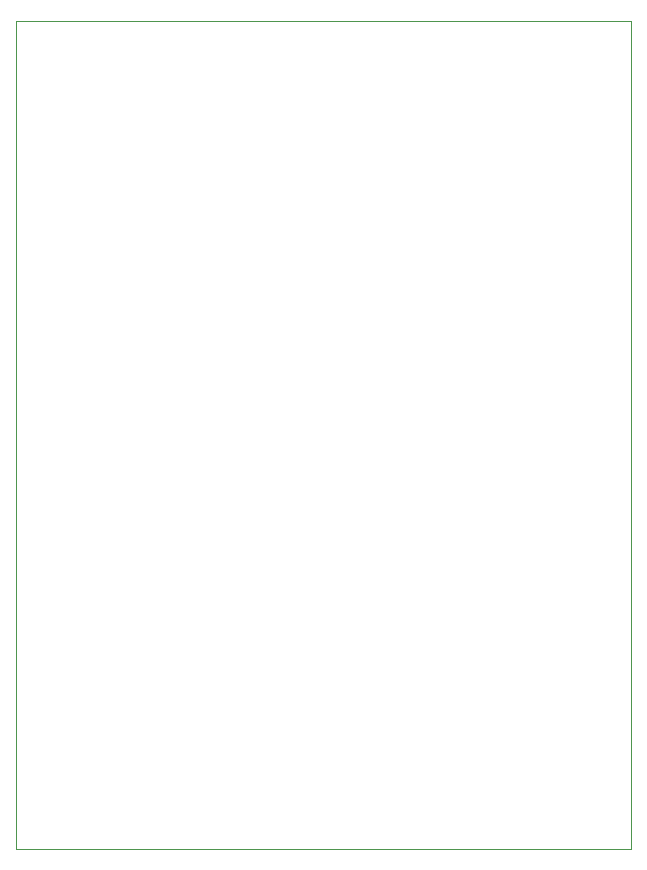
<source format=gm1>
%TF.GenerationSoftware,KiCad,Pcbnew,(5.1.10-1-10_14)*%
%TF.CreationDate,2021-12-20T14:54:58-05:00*%
%TF.ProjectId,SmartLock,536d6172-744c-46f6-936b-2e6b69636164,rev?*%
%TF.SameCoordinates,Original*%
%TF.FileFunction,Profile,NP*%
%FSLAX46Y46*%
G04 Gerber Fmt 4.6, Leading zero omitted, Abs format (unit mm)*
G04 Created by KiCad (PCBNEW (5.1.10-1-10_14)) date 2021-12-20 14:54:58*
%MOMM*%
%LPD*%
G01*
G04 APERTURE LIST*
%TA.AperFunction,Profile*%
%ADD10C,0.100000*%
%TD*%
G04 APERTURE END LIST*
D10*
X150114000Y-52324000D02*
X150114000Y-122428000D01*
X98044000Y-52324000D02*
X150114000Y-52324000D01*
X98044000Y-122428000D02*
X98044000Y-52324000D01*
X150114000Y-122428000D02*
X98044000Y-122428000D01*
M02*

</source>
